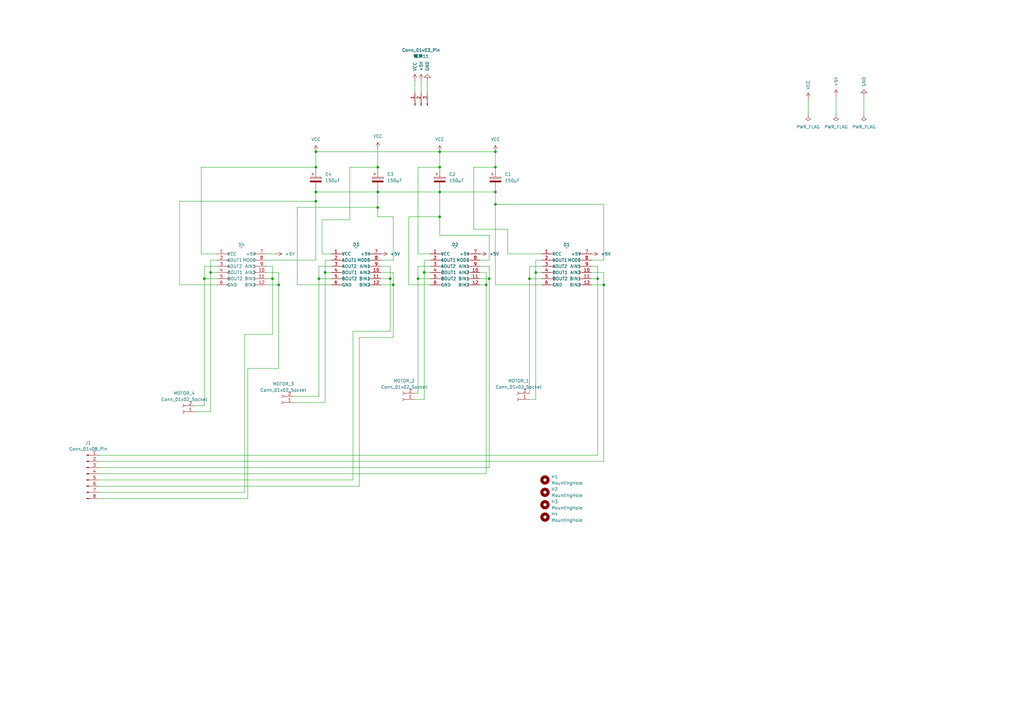
<source format=kicad_sch>
(kicad_sch (version 20231120) (generator "eeschema") (generator_version "8.0")
  (paper "A3")
  (lib_symbols
    (symbol "Connector:Conn_01x02_Socket" (pin_names (offset 1.016) hide)
      (property "Reference" "J" (at 0 2.54 0))
      (property "Value" "Conn_01x02_Socket" (at 0 -5.08 0))
      (symbol "Conn_01x02_Socket_1_1"
        (arc (start 0 -2.032) (mid -0.5058 -2.54) (end 0 -3.048) (stroke (width 0.1524)))
        (polyline (pts (xy -1.27 -2.54) (xy -0.508 -2.54)) (stroke (width 0.1524)))
        (polyline (pts (xy -1.27 0) (xy -0.508 0)) (stroke (width 0.1524)))
        (arc (start 0 0.508) (mid -0.5058 0) (end 0 -0.508) (stroke (width 0.1524)))
        (pin passive line (at -5.08 0 0) (length 3.81) (name "Pin_1") (number "1"))
        (pin passive line (at -5.08 -2.54 0) (length 3.81) (name "Pin_2") (number "2"))
      )
    )
    (symbol "Connector:Conn_01x03_Pin" (pin_names (offset 1.016) hide)
      (property "Reference" "J" (at 0 5.08 0))
      (property "Value" "Conn_01x03_Pin" (at 0 -5.08 0))
      (symbol "Conn_01x03_Pin_1_1"
        (polyline (pts (xy 1.27 -2.54) (xy 0.8636 -2.54)) (stroke (width 0.1524)))
        (polyline (pts (xy 1.27 0) (xy 0.8636 0)) (stroke (width 0.1524)))
        (polyline (pts (xy 1.27 2.54) (xy 0.8636 2.54)) (stroke (width 0.1524)))
        (rectangle (start 0.8636 -2.413) (end 0 -2.667) (stroke (width 0.1524)) (fill (type outline)))
        (rectangle (start 0.8636 0.127) (end 0 -0.127) (stroke (width 0.1524)) (fill (type outline)))
        (rectangle (start 0.8636 2.667) (end 0 2.413) (stroke (width 0.1524)) (fill (type outline)))
        (pin passive line (at 5.08 2.54 180) (length 3.81) (name "Pin_1") (number "1"))
        (pin passive line (at 5.08 0 180) (length 3.81) (name "Pin_2") (number "2"))
        (pin passive line (at 5.08 -2.54 180) (length 3.81) (name "Pin_3") (number "3"))
      )
    )
    (symbol "Connector:Conn_01x08_Pin" (pin_names (offset 1.016) hide)
      (property "Reference" "J" (at 0 10.16 0))
      (property "Value" "Conn_01x08_Pin" (at 0 -12.7 0))
      (symbol "Conn_01x08_Pin_1_1"
        (polyline (pts (xy 1.27 -10.16) (xy 0.8636 -10.16)) (stroke (width 0.1524)))
        (polyline (pts (xy 1.27 -7.62) (xy 0.8636 -7.62)) (stroke (width 0.1524)))
        (polyline (pts (xy 1.27 -5.08) (xy 0.8636 -5.08)) (stroke (width 0.1524)))
        (polyline (pts (xy 1.27 -2.54) (xy 0.8636 -2.54)) (stroke (width 0.1524)))
        (polyline (pts (xy 1.27 0) (xy 0.8636 0)) (stroke (width 0.1524)))
        (polyline (pts (xy 1.27 2.54) (xy 0.8636 2.54)) (stroke (width 0.1524)))
        (polyline (pts (xy 1.27 5.08) (xy 0.8636 5.08)) (stroke (width 0.1524)))
        (polyline (pts (xy 1.27 7.62) (xy 0.8636 7.62)) (stroke (width 0.1524)))
        (rectangle (start 0.8636 -10.033) (end 0 -10.287) (stroke (width 0.1524)) (fill (type outline)))
        (rectangle (start 0.8636 -7.493) (end 0 -7.747) (stroke (width 0.1524)) (fill (type outline)))
        (rectangle (start 0.8636 -4.953) (end 0 -5.207) (stroke (width 0.1524)) (fill (type outline)))
        (rectangle (start 0.8636 -2.413) (end 0 -2.667) (stroke (width 0.1524)) (fill (type outline)))
        (rectangle (start 0.8636 0.127) (end 0 -0.127) (stroke (width 0.1524)) (fill (type outline)))
        (rectangle (start 0.8636 2.667) (end 0 2.413) (stroke (width 0.1524)) (fill (type outline)))
        (rectangle (start 0.8636 5.207) (end 0 4.953) (stroke (width 0.1524)) (fill (type outline)))
        (rectangle (start 0.8636 7.747) (end 0 7.493) (stroke (width 0.1524)) (fill (type outline)))
        (pin passive line (at 5.08 7.62 180) (length 3.81) (name "Pin_1") (number "1"))
        (pin passive line (at 5.08 5.08 180) (length 3.81) (name "Pin_2") (number "2"))
        (pin passive line (at 5.08 2.54 180) (length 3.81) (name "Pin_3") (number "3"))
        (pin passive line (at 5.08 0 180) (length 3.81) (name "Pin_4") (number "4"))
        (pin passive line (at 5.08 -2.54 180) (length 3.81) (name "Pin_5") (number "5"))
        (pin passive line (at 5.08 -5.08 180) (length 3.81) (name "Pin_6") (number "6"))
        (pin passive line (at 5.08 -7.62 180) (length 3.81) (name "Pin_7") (number "7"))
        (pin passive line (at 5.08 -10.16 180) (length 3.81) (name "Pin_8") (number "8"))
      )
    )
    (symbol "Device:C_Polarized" (pin_numbers hide) (pin_names (offset 0.254))
      (property "Reference" "C" (at 0.635 2.54 0))
      (property "Value" "C_Polarized" (at 0.635 -2.54 0))
      (symbol "C_Polarized_0_1"
        (rectangle (start -2.286 0.508) (end 2.286 1.016))
        (polyline (pts (xy -1.778 2.286) (xy -0.762 2.286)))
        (polyline (pts (xy -1.27 2.794) (xy -1.27 1.778)))
        (rectangle (start 2.286 -0.508) (end -2.286 -1.016) (fill (type outline)))
      )
      (symbol "C_Polarized_1_1"
        (pin passive line (at 0 3.81 270) (length 2.794) (name "~") (number "1"))
        (pin passive line (at 0 -3.81 90) (length 2.794) (name "~") (number "2"))
      )
    )
    (symbol "MOTOR DRIVER:DRV8835"
      (property "Reference" "D" (at -4.826 7.874 0))
      (symbol "DRV8835_1_1"
        (arc (start -7.62 -7.112) (mid -8.1258 -7.62) (end -7.62 -8.128) (stroke (width 0.1524)))
        (arc (start -7.62 -4.572) (mid -8.1258 -5.08) (end -7.62 -5.588) (stroke (width 0.1524)))
        (arc (start -7.62 -2.032) (mid -8.1258 -2.54) (end -7.62 -3.048) (stroke (width 0.1524)))
        (arc (start -7.62 0.508) (mid -8.1258 0) (end -7.62 -0.508) (stroke (width 0.1524)))
        (arc (start -7.62 3.048) (mid -8.1258 2.54) (end -7.62 2.032) (stroke (width 0.1524)))
        (arc (start -7.62 5.588) (mid -8.1258 5.08) (end -7.62 4.572) (stroke (width 0.1524)))
        (polyline (pts (xy -8.89 -7.62) (xy -8.128 -7.62)) (stroke (width 0.1524)))
        (polyline (pts (xy -8.89 -5.08) (xy -8.128 -5.08)) (stroke (width 0.1524)))
        (polyline (pts (xy -8.89 -2.54) (xy -8.128 -2.54)) (stroke (width 0.1524)))
        (polyline (pts (xy -8.89 0) (xy -8.128 0)) (stroke (width 0.1524)))
        (polyline (pts (xy -8.89 2.54) (xy -8.128 2.54)) (stroke (width 0.1524)))
        (polyline (pts (xy -8.89 5.08) (xy -8.128 5.08)) (stroke (width 0.1524)))
        (polyline (pts (xy 3.81 -7.62) (xy 3.048 -7.62)) (stroke (width 0.1524)))
        (polyline (pts (xy 3.81 -5.08) (xy 3.048 -5.08)) (stroke (width 0.1524)))
        (polyline (pts (xy 3.81 -2.54) (xy 3.048 -2.54)) (stroke (width 0.1524)))
        (polyline (pts (xy 3.81 0) (xy 3.048 0)) (stroke (width 0.1524)))
        (polyline (pts (xy 3.81 2.54) (xy 3.048 2.54)) (stroke (width 0.1524)))
        (polyline (pts (xy 3.81 5.08) (xy 3.048 5.08)) (stroke (width 0.1524)))
        (arc (start 2.54 -8.128) (mid 3.0458 -7.62) (end 2.54 -7.112) (stroke (width 0.1524)))
        (arc (start 2.54 -5.588) (mid 3.0458 -5.08) (end 2.54 -4.572) (stroke (width 0.1524)))
        (arc (start 2.54 -3.048) (mid 3.0458 -2.54) (end 2.54 -2.032) (stroke (width 0.1524)))
        (arc (start 2.54 -0.508) (mid 3.0458 0) (end 2.54 0.508) (stroke (width 0.1524)))
        (arc (start 2.54 2.032) (mid 3.0458 2.54) (end 2.54 3.048) (stroke (width 0.1524)))
        (arc (start 2.54 4.572) (mid 3.0458 5.08) (end 2.54 5.588) (stroke (width 0.1524)))
        (pin passive line (at -12.7 5.08 0) (length 3.81) (name "VCC") (number "1"))
        (pin passive line (at 7.62 -2.54 180) (length 3.81) (name "AIN2") (number "10"))
        (pin passive line (at 7.62 -5.08 180) (length 3.81) (name "BIN1") (number "11"))
        (pin passive line (at 7.62 -7.62 180) (length 3.81) (name "BIN2") (number "12"))
        (pin passive line (at -12.7 2.54 0) (length 3.81) (name "AOUT1") (number "2"))
        (pin passive line (at -12.7 0 0) (length 3.81) (name "AOUT2") (number "3"))
        (pin passive line (at -12.7 -2.54 0) (length 3.81) (name "BOUT1") (number "4"))
        (pin passive line (at -12.7 -5.08 0) (length 3.81) (name "BOUT2") (number "5"))
        (pin passive line (at -12.7 -7.62 0) (length 3.81) (name "GND") (number "6"))
        (pin passive line (at 7.62 5.08 180) (length 3.81) (name "+5V") (number "7"))
        (pin passive line (at 7.62 2.54 180) (length 3.81) (name "MODE") (number "8"))
        (pin passive line (at 7.62 0 180) (length 3.81) (name "AIN1") (number "9"))
      )
    )
    (symbol "Mechanical:MountingHole" (pin_names (offset 1.016)) (exclude_from_sim yes) (in_bom no)
      (property "Reference" "H" (at 0 5.08 0))
      (property "Value" "MountingHole" (at 0 3.175 0))
      (symbol "MountingHole_0_1"
        (circle (center 0 0) (radius 1.27) (stroke (width 1.27)))
      )
    )
    (symbol "power:+5V" (power) (pin_numbers hide) (pin_names (offset 0) hide)
      (property "Value" "+5V" (at 0 3.556 0))
      (symbol "+5V_0_1"
        (polyline (pts (xy -0.762 1.27) (xy 0 2.54)))
        (polyline (pts (xy 0 0) (xy 0 2.54)))
        (polyline (pts (xy 0 2.54) (xy 0.762 1.27)))
      )
      (symbol "+5V_1_1"
        (pin power_in line (at 0 0 90) (length 0) (name "~") (number "1"))
      )
    )
    (symbol "power:GND" (power) (pin_numbers hide) (pin_names (offset 0) hide)
      (property "Value" "GND" (at 0 -3.81 0))
      (symbol "GND_0_1"
        (polyline (pts (xy 0 0) (xy 0 -1.27) (xy 1.27 -1.27) (xy 0 -2.54) (xy -1.27 -1.27) (xy 0 -1.27)))
      )
      (symbol "GND_1_1"
        (pin power_in line (at 0 0 270) (length 0) (name "~") (number "1"))
      )
    )
    (symbol "power:PWR_FLAG" (power) (pin_numbers hide) (pin_names (offset 0) hide)
      (property "Value" "PWR_FLAG" (at 0 3.81 0))
      (symbol "PWR_FLAG_0_0"
        (pin power_out line (at 0 0 90) (length 0) (name "~") (number "1"))
      )
      (symbol "PWR_FLAG_0_1"
        (polyline (pts (xy 0 0) (xy 0 1.27) (xy -1.016 1.905) (xy 0 2.54) (xy 1.016 1.905) (xy 0 1.27)))
      )
    )
    (symbol "power:VCC" (power) (pin_numbers hide) (pin_names (offset 0) hide)
      (property "Value" "VCC" (at 0 3.556 0))
      (symbol "VCC_0_1"
        (polyline (pts (xy -0.762 1.27) (xy 0 2.54)))
        (polyline (pts (xy 0 0) (xy 0 2.54)))
        (polyline (pts (xy 0 2.54) (xy 0.762 1.27)))
      )
      (symbol "VCC_1_1"
        (pin power_in line (at 0 0 90) (length 0) (name "~") (number "1"))
      )
    )
  )
  (junction (at 154.94 85.09))
  (junction (at 133.35 111.76))
  (junction (at 114.3 116.84))
  (junction (at 203.2 68.58))
  (junction (at 129.54 78.74))
  (junction (at 154.94 78.74))
  (junction (at 173.99 111.76))
  (junction (at 111.76 114.3))
  (junction (at 200.66 114.3))
  (junction (at 129.54 62.23))
  (junction (at 154.94 68.58))
  (junction (at 180.34 88.9))
  (junction (at 203.2 62.23))
  (junction (at 245.11 114.3))
  (junction (at 180.34 62.23))
  (junction (at 199.39 116.84))
  (junction (at 160.02 114.3))
  (junction (at 86.36 111.76))
  (junction (at 130.81 114.3))
  (junction (at 129.54 68.58))
  (junction (at 83.82 114.3))
  (junction (at 129.54 82.55))
  (junction (at 203.2 78.74))
  (junction (at 171.45 114.3))
  (junction (at 180.34 68.58))
  (junction (at 247.65 116.84))
  (junction (at 161.29 116.84))
  (junction (at 219.71 111.76))
  (junction (at 203.2 83.82))
  (junction (at 180.34 78.74))
  (junction (at 217.17 114.3))
  (wire (pts (xy 154.94 77.47) (xy 154.94 78.74)))
  (wire (pts (xy 245.11 114.3) (xy 245.11 186.69)))
  (wire (pts (xy 217.17 109.22) (xy 217.17 114.3)))
  (wire (pts (xy 173.99 111.76) (xy 176.53 111.76)))
  (wire (pts (xy 88.9 116.84) (xy 73.66 116.84)))
  (wire (pts (xy 199.39 194.31) (xy 40.64 194.31)))
  (wire (pts (xy 196.85 106.68) (xy 200.66 106.68)))
  (wire (pts (xy 86.36 106.68) (xy 86.36 111.76)))
  (wire (pts (xy 100.33 137.16) (xy 100.33 201.93)))
  (wire (pts (xy 109.22 106.68) (xy 129.54 106.68)))
  (wire (pts (xy 161.29 116.84) (xy 161.29 138.43)))
  (wire (pts (xy 180.34 78.74) (xy 180.34 88.9)))
  (wire (pts (xy 194.31 68.58) (xy 203.2 68.58)))
  (wire (pts (xy 242.57 106.68) (xy 247.65 106.68)))
  (wire (pts (xy 88.9 109.22) (xy 83.82 109.22)))
  (wire (pts (xy 133.35 165.1) (xy 120.65 165.1)))
  (wire (pts (xy 40.64 199.39) (xy 147.32 199.39)))
  (wire (pts (xy 200.66 114.3) (xy 200.66 191.77)))
  (wire (pts (xy 160.02 135.89) (xy 144.78 135.89)))
  (wire (pts (xy 203.2 77.47) (xy 203.2 78.74)))
  (wire (pts (xy 219.71 106.68) (xy 219.71 111.76)))
  (wire (pts (xy 175.26 38.1) (xy 175.26 33.02)))
  (wire (pts (xy 180.34 68.58) (xy 180.34 69.85)))
  (wire (pts (xy 203.2 62.23) (xy 203.2 68.58)))
  (wire (pts (xy 203.2 78.74) (xy 203.2 83.82)))
  (wire (pts (xy 222.25 106.68) (xy 219.71 106.68)))
  (wire (pts (xy 171.45 109.22) (xy 171.45 114.3)))
  (wire (pts (xy 180.34 62.23) (xy 180.34 68.58)))
  (wire (pts (xy 111.76 114.3) (xy 111.76 137.16)))
  (wire (pts (xy 217.17 114.3) (xy 222.25 114.3)))
  (wire (pts (xy 133.35 111.76) (xy 135.89 111.76)))
  (wire (pts (xy 83.82 114.3) (xy 83.82 166.37)))
  (wire (pts (xy 203.2 83.82) (xy 203.2 116.84)))
  (wire (pts (xy 132.08 104.14) (xy 132.08 90.17)))
  (wire (pts (xy 208.28 104.14) (xy 208.28 93.98)))
  (wire (pts (xy 247.65 83.82) (xy 203.2 83.82)))
  (wire (pts (xy 222.25 104.14) (xy 208.28 104.14)))
  (wire (pts (xy 173.99 111.76) (xy 173.99 163.83)))
  (wire (pts (xy 156.21 111.76) (xy 161.29 111.76)))
  (wire (pts (xy 133.35 106.68) (xy 133.35 111.76)))
  (wire (pts (xy 219.71 163.83) (xy 217.17 163.83)))
  (wire (pts (xy 114.3 111.76) (xy 114.3 116.84)))
  (wire (pts (xy 194.31 93.98) (xy 194.31 68.58)))
  (wire (pts (xy 200.66 109.22) (xy 200.66 114.3)))
  (wire (pts (xy 130.81 114.3) (xy 130.81 162.56)))
  (wire (pts (xy 203.2 68.58) (xy 203.2 69.85)))
  (wire (pts (xy 217.17 114.3) (xy 217.17 161.29)))
  (wire (pts (xy 88.9 106.68) (xy 86.36 106.68)))
  (wire (pts (xy 242.57 111.76) (xy 247.65 111.76)))
  (wire (pts (xy 129.54 78.74) (xy 129.54 82.55)))
  (wire (pts (xy 247.65 116.84) (xy 247.65 189.23)))
  (wire (pts (xy 83.82 166.37) (xy 80.01 166.37)))
  (wire (pts (xy 331.47 40.64) (xy 331.47 46.99)))
  (wire (pts (xy 160.02 114.3) (xy 156.21 114.3)))
  (wire (pts (xy 200.66 96.52) (xy 180.34 96.52)))
  (wire (pts (xy 129.54 62.23) (xy 129.54 68.58)))
  (wire (pts (xy 144.78 196.85) (xy 40.64 196.85)))
  (wire (pts (xy 135.89 116.84) (xy 121.92 116.84)))
  (wire (pts (xy 156.21 106.68) (xy 161.29 106.68)))
  (wire (pts (xy 129.54 82.55) (xy 129.54 106.68)))
  (wire (pts (xy 121.92 85.09) (xy 154.94 85.09)))
  (wire (pts (xy 121.92 116.84) (xy 121.92 85.09)))
  (wire (pts (xy 147.32 138.43) (xy 147.32 199.39)))
  (wire (pts (xy 101.6 151.13) (xy 101.6 204.47)))
  (wire (pts (xy 73.66 82.55) (xy 129.54 82.55)))
  (wire (pts (xy 196.85 109.22) (xy 200.66 109.22)))
  (wire (pts (xy 247.65 116.84) (xy 242.57 116.84)))
  (wire (pts (xy 111.76 109.22) (xy 111.76 114.3)))
  (wire (pts (xy 247.65 189.23) (xy 40.64 189.23)))
  (wire (pts (xy 100.33 201.93) (xy 40.64 201.93)))
  (wire (pts (xy 219.71 111.76) (xy 219.71 163.83)))
  (wire (pts (xy 129.54 68.58) (xy 129.54 69.85)))
  (wire (pts (xy 109.22 104.14) (xy 113.03 104.14)))
  (wire (pts (xy 129.54 62.23) (xy 180.34 62.23)))
  (wire (pts (xy 167.64 88.9) (xy 180.34 88.9)))
  (wire (pts (xy 130.81 109.22) (xy 130.81 114.3)))
  (wire (pts (xy 180.34 88.9) (xy 180.34 96.52)))
  (wire (pts (xy 161.29 88.9) (xy 154.94 88.9)))
  (wire (pts (xy 109.22 109.22) (xy 111.76 109.22)))
  (wire (pts (xy 132.08 90.17) (xy 143.51 90.17)))
  (wire (pts (xy 144.78 135.89) (xy 144.78 196.85)))
  (wire (pts (xy 171.45 161.29) (xy 170.18 161.29)))
  (wire (pts (xy 109.22 116.84) (xy 114.3 116.84)))
  (wire (pts (xy 176.53 104.14) (xy 171.45 104.14)))
  (wire (pts (xy 129.54 78.74) (xy 154.94 78.74)))
  (wire (pts (xy 82.55 104.14) (xy 82.55 68.58)))
  (wire (pts (xy 83.82 114.3) (xy 88.9 114.3)))
  (wire (pts (xy 129.54 77.47) (xy 129.54 78.74)))
  (wire (pts (xy 180.34 78.74) (xy 203.2 78.74)))
  (wire (pts (xy 135.89 106.68) (xy 133.35 106.68)))
  (wire (pts (xy 173.99 163.83) (xy 170.18 163.83)))
  (wire (pts (xy 143.51 68.58) (xy 154.94 68.58)))
  (wire (pts (xy 161.29 138.43) (xy 147.32 138.43)))
  (wire (pts (xy 154.94 68.58) (xy 154.94 69.85)))
  (wire (pts (xy 342.9 39.37) (xy 342.9 46.99)))
  (wire (pts (xy 219.71 111.76) (xy 222.25 111.76)))
  (wire (pts (xy 160.02 114.3) (xy 160.02 135.89)))
  (wire (pts (xy 154.94 78.74) (xy 154.94 85.09)))
  (wire (pts (xy 200.66 114.3) (xy 196.85 114.3)))
  (wire (pts (xy 171.45 68.58) (xy 180.34 68.58)))
  (wire (pts (xy 200.66 191.77) (xy 40.64 191.77)))
  (wire (pts (xy 173.99 106.68) (xy 173.99 111.76)))
  (wire (pts (xy 172.72 38.1) (xy 172.72 33.02)))
  (wire (pts (xy 86.36 168.91) (xy 80.01 168.91)))
  (wire (pts (xy 222.25 116.84) (xy 203.2 116.84)))
  (wire (pts (xy 196.85 111.76) (xy 199.39 111.76)))
  (wire (pts (xy 167.64 116.84) (xy 167.64 88.9)))
  (wire (pts (xy 143.51 90.17) (xy 143.51 68.58)))
  (wire (pts (xy 354.33 39.37) (xy 354.33 46.99)))
  (wire (pts (xy 114.3 151.13) (xy 101.6 151.13)))
  (wire (pts (xy 88.9 104.14) (xy 82.55 104.14)))
  (wire (pts (xy 180.34 62.23) (xy 203.2 62.23)))
  (wire (pts (xy 200.66 106.68) (xy 200.66 96.52)))
  (wire (pts (xy 180.34 77.47) (xy 180.34 78.74)))
  (wire (pts (xy 109.22 111.76) (xy 114.3 111.76)))
  (wire (pts (xy 161.29 111.76) (xy 161.29 116.84)))
  (wire (pts (xy 135.89 104.14) (xy 132.08 104.14)))
  (wire (pts (xy 114.3 116.84) (xy 114.3 151.13)))
  (wire (pts (xy 171.45 104.14) (xy 171.45 68.58)))
  (wire (pts (xy 199.39 116.84) (xy 199.39 194.31)))
  (wire (pts (xy 247.65 111.76) (xy 247.65 116.84)))
  (wire (pts (xy 161.29 106.68) (xy 161.29 88.9)))
  (wire (pts (xy 86.36 111.76) (xy 86.36 168.91)))
  (wire (pts (xy 160.02 109.22) (xy 160.02 114.3)))
  (wire (pts (xy 176.53 106.68) (xy 173.99 106.68)))
  (wire (pts (xy 111.76 114.3) (xy 109.22 114.3)))
  (wire (pts (xy 130.81 114.3) (xy 135.89 114.3)))
  (wire (pts (xy 154.94 78.74) (xy 180.34 78.74)))
  (wire (pts (xy 176.53 116.84) (xy 167.64 116.84)))
  (wire (pts (xy 82.55 68.58) (xy 129.54 68.58)))
  (wire (pts (xy 83.82 109.22) (xy 83.82 114.3)))
  (wire (pts (xy 171.45 114.3) (xy 176.53 114.3)))
  (wire (pts (xy 242.57 109.22) (xy 245.11 109.22)))
  (wire (pts (xy 199.39 111.76) (xy 199.39 116.84)))
  (wire (pts (xy 111.76 137.16) (xy 100.33 137.16)))
  (wire (pts (xy 161.29 116.84) (xy 156.21 116.84)))
  (wire (pts (xy 170.18 38.1) (xy 170.18 33.02)))
  (wire (pts (xy 247.65 106.68) (xy 247.65 83.82)))
  (wire (pts (xy 156.21 109.22) (xy 160.02 109.22)))
  (wire (pts (xy 154.94 60.96) (xy 154.94 68.58)))
  (wire (pts (xy 222.25 109.22) (xy 217.17 109.22)))
  (wire (pts (xy 135.89 109.22) (xy 130.81 109.22)))
  (wire (pts (xy 101.6 204.47) (xy 40.64 204.47)))
  (wire (pts (xy 245.11 114.3) (xy 242.57 114.3)))
  (wire (pts (xy 120.65 162.56) (xy 130.81 162.56)))
  (wire (pts (xy 199.39 116.84) (xy 196.85 116.84)))
  (wire (pts (xy 245.11 109.22) (xy 245.11 114.3)))
  (wire (pts (xy 208.28 93.98) (xy 194.31 93.98)))
  (wire (pts (xy 133.35 111.76) (xy 133.35 165.1)))
  (wire (pts (xy 73.66 116.84) (xy 73.66 82.55)))
  (wire (pts (xy 171.45 114.3) (xy 171.45 161.29)))
  (wire (pts (xy 245.11 186.69) (xy 40.64 186.69)))
  (wire (pts (xy 154.94 85.09) (xy 154.94 88.9)))
  (wire (pts (xy 176.53 109.22) (xy 171.45 109.22)))
  (wire (pts (xy 86.36 111.76) (xy 88.9 111.76)))
  (symbol (lib_id "power:GND") (at 175.26 33.02 180) (unit 1)
    (property "Reference" "#PWR02" (effects (hide yes)))
    (property "Value" "GND" (at 175.2599 29.21 90) (effects (justify right)))
    (property "Description" "Power symbol creates a global label with name \"GND\" , ground" (effects (hide yes)))
  )
  (symbol (lib_id "power:PWR_FLAG") (at 354.33 46.99 180) (unit 1)
    (property "Reference" "#FLG03" (effects (hide yes)))
    (property "Value" "PWR_FLAG" (at 354.33 52.07 0))
    (property "Description" "Special symbol for telling ERC where power comes from" (effects (hide yes)))
  )
  (symbol (lib_id "power:VCC") (at 331.47 40.64 0) (unit 1)
    (property "Reference" "#PWR04" (effects (hide yes)))
    (property "Value" "VCC" (at 331.4699 36.83 90) (effects (justify left)))
    (property "Description" "Power symbol creates a global label with name \"VCC\"" (effects (hide yes)))
  )
  (symbol (lib_id "Connector:Conn_01x03_Pin") (at 172.72 43.18 90) (unit 1)
    (property "Reference" "電源11" (at 172.72 23.114 90))
    (property "Value" "Conn_01x03_Pin" (at 172.72 20.574 90))
    (property "Footprint" "Connector_PinSocket_2.54mm:PinSocket_1x03_P2.54mm_Vertical" (effects (hide yes)))
    (property "Description" "Generic connector, single row, 01x03, script generated" (effects (hide yes)))
  )
  (symbol (lib_id "power:VCC") (at 170.18 33.02 0) (unit 1)
    (property "Reference" "#PWR03" (effects (hide yes)))
    (property "Value" "VCC" (at 170.1799 29.21 90) (effects (justify left)))
    (property "Description" "Power symbol creates a global label with name \"VCC\"" (effects (hide yes)))
  )
  (symbol (lib_id "Connector:Conn_01x08_Pin") (at 35.56 194.31 0) (unit 1)
    (property "Reference" "J1" (at 36.195 181.61 0))
    (property "Value" "Conn_01x08_Pin" (at 36.195 184.15 0))
    (property "Footprint" "Connector_JST:JST_XH_B8B-XH-A_1x08_P2.50mm_Vertical" (effects (hide yes)))
    (property "Description" "Generic connector, single row, 01x08, script generated" (effects (hide yes)))
  )
  (symbol (lib_id "power:+5V") (at 196.85 104.14 270) (unit 1)
    (property "Reference" "#PWR010" (effects (hide yes)))
    (property "Value" "+5V" (at 200.66 104.1399 90) (effects (justify left)))
    (property "Description" "Power symbol creates a global label with name \"+5V\"" (effects (hide yes)))
  )
  (symbol (lib_id "Connector:Conn_01x02_Socket") (at 165.1 163.83 180) (unit 1)
    (property "Reference" "MOTOR_2" (at 165.735 156.21 0))
    (property "Value" "Conn_01x02_Socket" (at 165.735 158.75 0))
    (property "Footprint" "Connector_JST:JST_XH_B2B-XH-A_1x02_P2.50mm_Vertical" (effects (hide yes)))
    (property "Description" "Generic connector, single row, 01x02, script generated" (effects (hide yes)))
  )
  (symbol (lib_id "Connector:Conn_01x02_Socket") (at 74.93 168.91 180) (unit 1)
    (property "Reference" "MOTOR_4" (at 75.565 161.29 0))
    (property "Value" "Conn_01x02_Socket" (at 75.565 163.83 0))
    (property "Footprint" "Connector_JST:JST_XH_B2B-XH-A_1x02_P2.50mm_Vertical" (effects (hide yes)))
    (property "Description" "Generic connector, single row, 01x02, script generated" (effects (hide yes)))
  )
  (symbol (lib_id "Device:C_Polarized") (at 180.34 73.66 0) (unit 1)
    (property "Reference" "C2" (at 184.15 71.5009 0) (effects (justify left)))
    (property "Value" "150μF" (at 184.15 74.0409 0) (effects (justify left)))
    (property "Footprint" "Capacitor_THT:CP_Radial_D5.0mm_P2.00mm" (effects (hide yes)))
    (property "Description" "Polarized capacitor" (effects (hide yes)))
  )
  (symbol (lib_id "power:+5V") (at 113.03 104.14 270) (unit 1)
    (property "Reference" "#PWR08" (effects (hide yes)))
    (property "Value" "+5V" (at 116.84 104.1399 90) (effects (justify left)))
    (property "Description" "Power symbol creates a global label with name \"+5V\"" (effects (hide yes)))
  )
  (symbol (lib_id "Device:C_Polarized") (at 154.94 73.66 0) (unit 1)
    (property "Reference" "C3" (at 158.75 71.5009 0) (effects (justify left)))
    (property "Value" "150μF" (at 158.75 74.0409 0) (effects (justify left)))
    (property "Footprint" "Capacitor_THT:CP_Radial_D5.0mm_P2.00mm" (effects (hide yes)))
    (property "Description" "Polarized capacitor" (effects (hide yes)))
  )
  (symbol (lib_id "power:+5V") (at 242.57 104.14 270) (unit 1)
    (property "Reference" "#PWR011" (effects (hide yes)))
    (property "Value" "+5V" (at 246.38 104.1399 90) (effects (justify left)))
    (property "Description" "Power symbol creates a global label with name \"+5V\"" (effects (hide yes)))
  )
  (symbol (lib_id "power:PWR_FLAG") (at 342.9 46.99 180) (unit 1)
    (property "Reference" "#FLG02" (effects (hide yes)))
    (property "Value" "PWR_FLAG" (at 342.9 52.07 0))
    (property "Description" "Special symbol for telling ERC where power comes from" (effects (hide yes)))
  )
  (symbol (lib_id "power:PWR_FLAG") (at 331.47 46.99 180) (unit 1)
    (property "Reference" "#FLG01" (effects (hide yes)))
    (property "Value" "PWR_FLAG" (at 331.47 52.07 0))
    (property "Description" "Special symbol for telling ERC where power comes from" (effects (hide yes)))
  )
  (symbol (lib_id "Mechanical:MountingHole") (at 223.52 196.85 0) (unit 1) (exclude_from_sim yes) (in_bom no)
    (property "Reference" "H1" (at 226.06 195.5799 0) (effects (justify left)))
    (property "Value" "MountingHole" (at 226.06 198.1199 0) (effects (justify left)))
    (property "Footprint" "MountingHole:MountingHole_3.2mm_M3" (effects (hide yes)))
    (property "Description" "Mounting Hole without connection" (effects (hide yes)))
  )
  (symbol (lib_id "power:VCC") (at 154.94 60.96 0) (unit 1)
    (property "Reference" "#PWR07" (effects (hide yes)))
    (property "Value" "VCC" (at 154.94 55.88 0))
    (property "Description" "Power symbol creates a global label with name \"VCC\"" (effects (hide yes)))
  )
  (symbol (lib_id "power:+5V") (at 342.9 39.37 0) (unit 1)
    (property "Reference" "#PWR05" (effects (hide yes)))
    (property "Value" "+5V" (at 342.8999 35.56 90) (effects (justify left)))
    (property "Description" "Power symbol creates a global label with name \"+5V\"" (effects (hide yes)))
  )
  (symbol (lib_id "Device:C_Polarized") (at 129.54 73.66 0) (unit 1)
    (property "Reference" "C4" (at 133.35 71.5009 0) (effects (justify left)))
    (property "Value" "150μF" (at 133.35 74.0409 0) (effects (justify left)))
    (property "Footprint" "Capacitor_THT:CP_Radial_D5.0mm_P2.00mm" (effects (hide yes)))
    (property "Description" "Polarized capacitor" (effects (hide yes)))
  )
  (symbol (lib_id "power:VCC") (at 180.34 62.23 0) (unit 1)
    (property "Reference" "#PWR013" (effects (hide yes)))
    (property "Value" "VCC" (at 180.34 57.15 0))
    (property "Description" "Power symbol creates a global label with name \"VCC\"" (effects (hide yes)))
  )
  (symbol (lib_id "MOTOR DRIVER:DRV8835") (at 189.23 109.22 0) (unit 1)
    (property "Reference" "D2" (at 186.69 100.33 0))
    (property "Value" "~" (at 186.69 101.6 0))
    (property "Footprint" "DRV8835:DRV8835" (effects (hide yes)))
  )
  (symbol (lib_id "MOTOR DRIVER:DRV8835") (at 148.59 109.22 0) (unit 1)
    (property "Reference" "D3" (at 146.05 100.33 0))
    (property "Value" "~" (at 146.05 101.6 0))
    (property "Footprint" "DRV8835:DRV8835" (effects (hide yes)))
  )
  (symbol (lib_id "Device:C_Polarized") (at 203.2 73.66 0) (unit 1)
    (property "Reference" "C1" (at 207.01 71.5009 0) (effects (justify left)))
    (property "Value" "150μF" (at 207.01 74.0409 0) (effects (justify left)))
    (property "Footprint" "Capacitor_THT:CP_Radial_D5.0mm_P2.00mm" (effects (hide yes)))
    (property "Description" "Polarized capacitor" (effects (hide yes)))
  )
  (symbol (lib_id "MOTOR DRIVER:DRV8835") (at 101.6 109.22 0) (unit 1)
    (property "Reference" "D4" (at 99.06 100.33 0))
    (property "Value" "~" (at 99.06 101.6 0))
    (property "Footprint" "DRV8835:DRV8835" (effects (hide yes)))
  )
  (symbol (lib_id "power:VCC") (at 203.2 62.23 0) (unit 1)
    (property "Reference" "#PWR014" (effects (hide yes)))
    (property "Value" "VCC" (at 203.2 57.15 0))
    (property "Description" "Power symbol creates a global label with name \"VCC\"" (effects (hide yes)))
  )
  (symbol (lib_id "power:VCC") (at 129.54 62.23 0) (unit 1)
    (property "Reference" "#PWR012" (effects (hide yes)))
    (property "Value" "VCC" (at 129.54 57.15 0))
    (property "Description" "Power symbol creates a global label with name \"VCC\"" (effects (hide yes)))
  )
  (symbol (lib_id "Connector:Conn_01x02_Socket") (at 115.57 165.1 180) (unit 1)
    (property "Reference" "MOTOR_3" (at 116.205 157.48 0))
    (property "Value" "Conn_01x02_Socket" (at 116.205 160.02 0))
    (property "Footprint" "Connector_JST:JST_XH_B2B-XH-A_1x02_P2.50mm_Vertical" (effects (hide yes)))
    (property "Description" "Generic connector, single row, 01x02, script generated" (effects (hide yes)))
  )
  (symbol (lib_id "Mechanical:MountingHole") (at 223.52 201.93 0) (unit 1) (exclude_from_sim yes) (in_bom no)
    (property "Reference" "H2" (at 226.06 200.6599 0) (effects (justify left)))
    (property "Value" "MountingHole" (at 226.06 203.1999 0) (effects (justify left)))
    (property "Footprint" "MountingHole:MountingHole_3.2mm_M3" (effects (hide yes)))
    (property "Description" "Mounting Hole without connection" (effects (hide yes)))
  )
  (symbol (lib_id "MOTOR DRIVER:DRV8835") (at 234.95 109.22 0) (unit 1)
    (property "Reference" "D1" (at 232.41 100.33 0))
    (property "Value" "~" (at 232.41 101.6 0))
    (property "Footprint" "DRV8835:DRV8835" (effects (hide yes)))
  )
  (symbol (lib_id "Mechanical:MountingHole") (at 223.52 207.01 0) (unit 1) (exclude_from_sim yes) (in_bom no)
    (property "Reference" "H3" (at 226.06 205.7399 0) (effects (justify left)))
    (property "Value" "MountingHole" (at 226.06 208.2799 0) (effects (justify left)))
    (property "Footprint" "MountingHole:MountingHole_3.2mm_M3" (effects (hide yes)))
    (property "Description" "Mounting Hole without connection" (effects (hide yes)))
  )
  (symbol (lib_id "Mechanical:MountingHole") (at 223.52 212.09 0) (unit 1) (exclude_from_sim yes) (in_bom no)
    (property "Reference" "H4" (at 226.06 210.8199 0) (effects (justify left)))
    (property "Value" "MountingHole" (at 226.06 213.3599 0) (effects (justify left)))
    (property "Footprint" "MountingHole:MountingHole_3.2mm_M3" (effects (hide yes)))
    (property "Description" "Mounting Hole without connection" (effects (hide yes)))
  )
  (symbol (lib_id "Connector:Conn_01x02_Socket") (at 212.09 163.83 180) (unit 1)
    (property "Reference" "MOTOR_1" (at 212.725 156.21 0))
    (property "Value" "Conn_01x02_Socket" (at 212.725 158.75 0))
    (property "Footprint" "Connector_JST:JST_XH_B2B-XH-A_1x02_P2.50mm_Vertical" (effects (hide yes)))
    (property "Description" "Generic connector, single row, 01x02, script generated" (effects (hide yes)))
  )
  (symbol (lib_id "power:+5V") (at 156.21 104.14 270) (unit 1)
    (property "Reference" "#PWR09" (effects (hide yes)))
    (property "Value" "+5V" (at 160.02 104.1399 90) (effects (justify left)))
    (property "Description" "Power symbol creates a global label with name \"+5V\"" (effects (hide yes)))
  )
  (symbol (lib_id "power:GND") (at 354.33 39.37 180) (unit 1)
    (property "Reference" "#PWR06" (effects (hide yes)))
    (property "Value" "GND" (at 354.3299 35.56 90) (effects (justify right)))
    (property "Description" "Power symbol creates a global label with name \"GND\" , ground" (effects (hide yes)))
  )
  (symbol (lib_id "power:+5V") (at 172.72 33.02 0) (unit 1)
    (property "Reference" "#PWR01" (effects (hide yes)))
    (property "Value" "+5V" (at 172.7199 29.21 90) (effects (justify left)))
    (property "Description" "Power symbol creates a global label with name \"+5V\"" (effects (hide yes)))
  )
)
</source>
